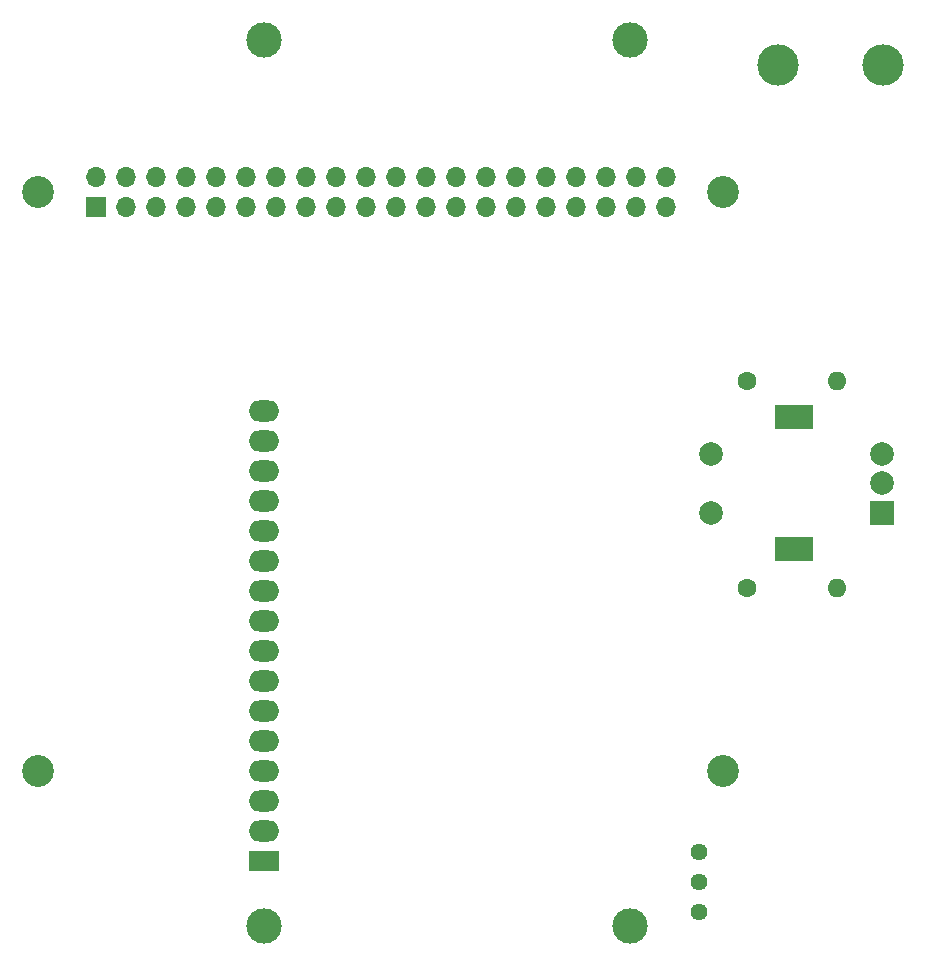
<source format=gbs>
G04 #@! TF.GenerationSoftware,KiCad,Pcbnew,(5.1.10)-1*
G04 #@! TF.CreationDate,2022-06-06T19:05:23+02:00*
G04 #@! TF.ProjectId,Minidexed AddOn,4d696e69-6465-4786-9564-204164644f6e,rev?*
G04 #@! TF.SameCoordinates,Original*
G04 #@! TF.FileFunction,Soldermask,Bot*
G04 #@! TF.FilePolarity,Negative*
%FSLAX46Y46*%
G04 Gerber Fmt 4.6, Leading zero omitted, Abs format (unit mm)*
G04 Created by KiCad (PCBNEW (5.1.10)-1) date 2022-06-06 19:05:23*
%MOMM*%
%LPD*%
G01*
G04 APERTURE LIST*
%ADD10C,3.500000*%
%ADD11R,2.000000X2.000000*%
%ADD12C,2.000000*%
%ADD13R,3.200000X2.000000*%
%ADD14O,1.600000X1.600000*%
%ADD15C,1.600000*%
%ADD16C,1.440000*%
%ADD17C,3.000000*%
%ADD18O,2.600000X1.800000*%
%ADD19R,2.600000X1.800000*%
%ADD20R,1.700000X1.700000*%
%ADD21O,1.700000X1.700000*%
%ADD22C,2.700000*%
G04 APERTURE END LIST*
D10*
X66675000Y12065000D03*
X57785000Y12065000D03*
D11*
X66630000Y-25880000D03*
D12*
X66630000Y-23380000D03*
X66630000Y-20880000D03*
D13*
X59130000Y-28980000D03*
X59130000Y-17780000D03*
D12*
X52130000Y-25880000D03*
X52130000Y-20880000D03*
D14*
X62750000Y-32230000D03*
D15*
X55130000Y-32230000D03*
D14*
X62750000Y-14730000D03*
D15*
X55130000Y-14730000D03*
D16*
X51130000Y-54610000D03*
X51130000Y-57150000D03*
X51130000Y-59690000D03*
D17*
X14270000Y14120000D03*
X45270700Y14119480D03*
X45270700Y-60879100D03*
X14270000Y-60879100D03*
D18*
X14270000Y-17280000D03*
X14270000Y-19820000D03*
X14270000Y-22360000D03*
X14270000Y-24900000D03*
X14270000Y-27440000D03*
X14270000Y-29980000D03*
X14270000Y-32520000D03*
X14270000Y-35060000D03*
X14270000Y-37600000D03*
X14270000Y-40140000D03*
X14270000Y-42680000D03*
X14270000Y-45220000D03*
X14270000Y-47760000D03*
X14270000Y-50300000D03*
X14270000Y-52840000D03*
D19*
X14270000Y-55380000D03*
D20*
X0Y0D03*
D21*
X0Y2540000D03*
X2540000Y0D03*
X2540000Y2540000D03*
X5080000Y0D03*
X5080000Y2540000D03*
X7620000Y0D03*
X7620000Y2540000D03*
X10160000Y0D03*
X10160000Y2540000D03*
X12700000Y0D03*
X12700000Y2540000D03*
X15240000Y0D03*
X15240000Y2540000D03*
X17780000Y0D03*
X17780000Y2540000D03*
X20320000Y0D03*
X20320000Y2540000D03*
X22860000Y0D03*
X22860000Y2540000D03*
X25400000Y0D03*
X25400000Y2540000D03*
X27940000Y0D03*
X27940000Y2540000D03*
X30480000Y0D03*
X30480000Y2540000D03*
X33020000Y0D03*
X33020000Y2540000D03*
X35560000Y0D03*
X35560000Y2540000D03*
X38100000Y0D03*
X38100000Y2540000D03*
X40640000Y0D03*
X40640000Y2540000D03*
X43180000Y0D03*
X43180000Y2540000D03*
X45720000Y0D03*
X45720000Y2540000D03*
X48260000Y0D03*
X48260000Y2540000D03*
D22*
X53130000Y-47730000D03*
X-4870000Y-47730000D03*
X53130000Y1270000D03*
X-4870000Y1270000D03*
M02*

</source>
